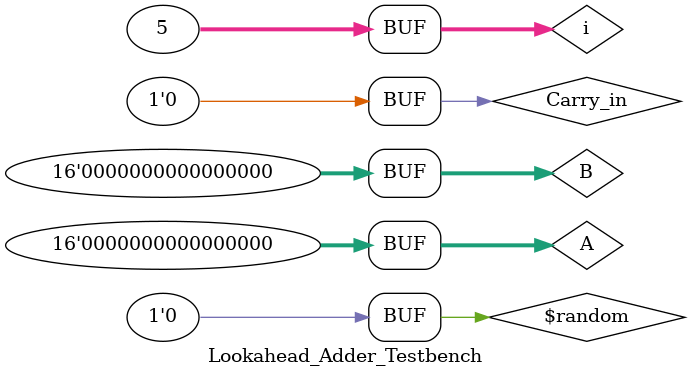
<source format=v>
`timescale  1ns/100ps
`include "Lookahead_Adder.v"

module Lookahead_Adder_Testbench;

    parameter LEN = 16;

    reg [LEN - 1 : 0] A = 0;
    reg [LEN - 1 : 0] B = 0;
    reg Carry_in = 0;

    wire [LEN - 1 : 0] Sum;
    wire Carry_out;

    integer i;

    Lookahead_Adder #(LEN) RA (A, B, Carry_in, Sum, Carry_out);

    initial begin
        $dumpfile("Lookahead_Adder.vcd");
        $dumpvars(0, Lookahead_Adder_Testbench);
        
        #10

        for (i = 0; i < 5; i = i + 1)
        begin
            A = $random;
            B = $random;
            #20;
        end

        #100
        $dumpoff;

    end

    
endmodule
</source>
